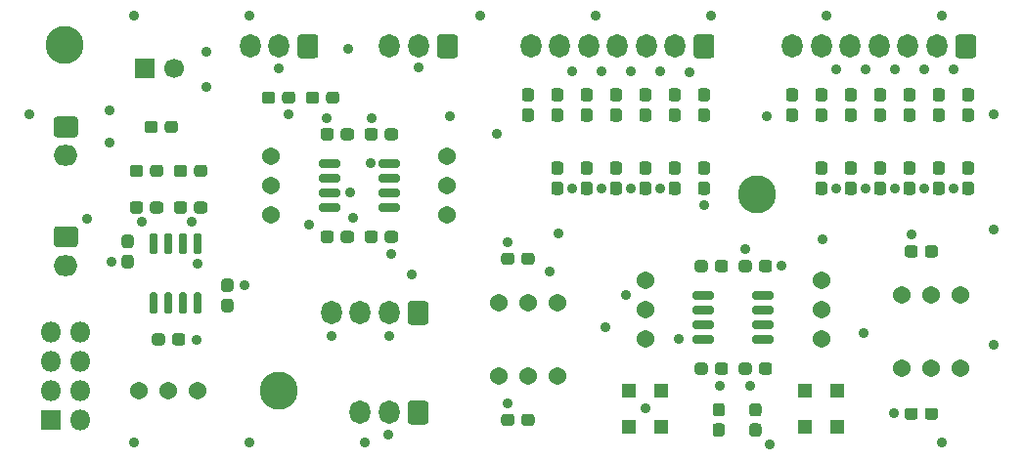
<source format=gts>
G04 #@! TF.GenerationSoftware,KiCad,Pcbnew,(5.1.6)-1*
G04 #@! TF.CreationDate,2020-12-27T23:26:00+09:00*
G04 #@! TF.ProjectId,VUMeterAmp,56554d65-7465-4724-916d-702e6b696361,rev?*
G04 #@! TF.SameCoordinates,Original*
G04 #@! TF.FileFunction,Soldermask,Top*
G04 #@! TF.FilePolarity,Negative*
%FSLAX46Y46*%
G04 Gerber Fmt 4.6, Leading zero omitted, Abs format (unit mm)*
G04 Created by KiCad (PCBNEW (5.1.6)-1) date 2020-12-27 23:26:00*
%MOMM*%
%LPD*%
G01*
G04 APERTURE LIST*
%ADD10O,2.100000X1.800000*%
%ADD11C,3.300000*%
%ADD12O,1.800000X2.050000*%
%ADD13C,1.540000*%
%ADD14O,1.800000X1.800000*%
%ADD15R,1.800000X1.800000*%
%ADD16R,1.200000X1.200000*%
%ADD17C,1.700000*%
%ADD18R,1.700000X1.700000*%
%ADD19C,0.900000*%
G04 APERTURE END LIST*
D10*
X104140000Y-113625000D03*
G36*
G01*
X103354706Y-110225000D02*
X104925294Y-110225000D01*
G75*
G02*
X105190000Y-110489706I0J-264706D01*
G01*
X105190000Y-111760294D01*
G75*
G02*
X104925294Y-112025000I-264706J0D01*
G01*
X103354706Y-112025000D01*
G75*
G02*
X103090000Y-111760294I0J264706D01*
G01*
X103090000Y-110489706D01*
G75*
G02*
X103354706Y-110225000I264706J0D01*
G01*
G37*
D11*
X164000000Y-117000000D03*
X104000000Y-104000000D03*
X122555000Y-134000000D03*
G36*
G01*
X115395000Y-125475000D02*
X115745000Y-125475000D01*
G75*
G02*
X115920000Y-125650000I0J-175000D01*
G01*
X115920000Y-127150000D01*
G75*
G02*
X115745000Y-127325000I-175000J0D01*
G01*
X115395000Y-127325000D01*
G75*
G02*
X115220000Y-127150000I0J175000D01*
G01*
X115220000Y-125650000D01*
G75*
G02*
X115395000Y-125475000I175000J0D01*
G01*
G37*
G36*
G01*
X114125000Y-125475000D02*
X114475000Y-125475000D01*
G75*
G02*
X114650000Y-125650000I0J-175000D01*
G01*
X114650000Y-127150000D01*
G75*
G02*
X114475000Y-127325000I-175000J0D01*
G01*
X114125000Y-127325000D01*
G75*
G02*
X113950000Y-127150000I0J175000D01*
G01*
X113950000Y-125650000D01*
G75*
G02*
X114125000Y-125475000I175000J0D01*
G01*
G37*
G36*
G01*
X112855000Y-125475000D02*
X113205000Y-125475000D01*
G75*
G02*
X113380000Y-125650000I0J-175000D01*
G01*
X113380000Y-127150000D01*
G75*
G02*
X113205000Y-127325000I-175000J0D01*
G01*
X112855000Y-127325000D01*
G75*
G02*
X112680000Y-127150000I0J175000D01*
G01*
X112680000Y-125650000D01*
G75*
G02*
X112855000Y-125475000I175000J0D01*
G01*
G37*
G36*
G01*
X111585000Y-125475000D02*
X111935000Y-125475000D01*
G75*
G02*
X112110000Y-125650000I0J-175000D01*
G01*
X112110000Y-127150000D01*
G75*
G02*
X111935000Y-127325000I-175000J0D01*
G01*
X111585000Y-127325000D01*
G75*
G02*
X111410000Y-127150000I0J175000D01*
G01*
X111410000Y-125650000D01*
G75*
G02*
X111585000Y-125475000I175000J0D01*
G01*
G37*
G36*
G01*
X111585000Y-120325000D02*
X111935000Y-120325000D01*
G75*
G02*
X112110000Y-120500000I0J-175000D01*
G01*
X112110000Y-122000000D01*
G75*
G02*
X111935000Y-122175000I-175000J0D01*
G01*
X111585000Y-122175000D01*
G75*
G02*
X111410000Y-122000000I0J175000D01*
G01*
X111410000Y-120500000D01*
G75*
G02*
X111585000Y-120325000I175000J0D01*
G01*
G37*
G36*
G01*
X112855000Y-120325000D02*
X113205000Y-120325000D01*
G75*
G02*
X113380000Y-120500000I0J-175000D01*
G01*
X113380000Y-122000000D01*
G75*
G02*
X113205000Y-122175000I-175000J0D01*
G01*
X112855000Y-122175000D01*
G75*
G02*
X112680000Y-122000000I0J175000D01*
G01*
X112680000Y-120500000D01*
G75*
G02*
X112855000Y-120325000I175000J0D01*
G01*
G37*
G36*
G01*
X114125000Y-120325000D02*
X114475000Y-120325000D01*
G75*
G02*
X114650000Y-120500000I0J-175000D01*
G01*
X114650000Y-122000000D01*
G75*
G02*
X114475000Y-122175000I-175000J0D01*
G01*
X114125000Y-122175000D01*
G75*
G02*
X113950000Y-122000000I0J175000D01*
G01*
X113950000Y-120500000D01*
G75*
G02*
X114125000Y-120325000I175000J0D01*
G01*
G37*
G36*
G01*
X115395000Y-120325000D02*
X115745000Y-120325000D01*
G75*
G02*
X115920000Y-120500000I0J-175000D01*
G01*
X115920000Y-122000000D01*
G75*
G02*
X115745000Y-122175000I-175000J0D01*
G01*
X115395000Y-122175000D01*
G75*
G02*
X115220000Y-122000000I0J175000D01*
G01*
X115220000Y-120500000D01*
G75*
G02*
X115395000Y-120325000I175000J0D01*
G01*
G37*
G36*
G01*
X160275000Y-129365000D02*
X160275000Y-129715000D01*
G75*
G02*
X160100000Y-129890000I-175000J0D01*
G01*
X158600000Y-129890000D01*
G75*
G02*
X158425000Y-129715000I0J175000D01*
G01*
X158425000Y-129365000D01*
G75*
G02*
X158600000Y-129190000I175000J0D01*
G01*
X160100000Y-129190000D01*
G75*
G02*
X160275000Y-129365000I0J-175000D01*
G01*
G37*
G36*
G01*
X160275000Y-128095000D02*
X160275000Y-128445000D01*
G75*
G02*
X160100000Y-128620000I-175000J0D01*
G01*
X158600000Y-128620000D01*
G75*
G02*
X158425000Y-128445000I0J175000D01*
G01*
X158425000Y-128095000D01*
G75*
G02*
X158600000Y-127920000I175000J0D01*
G01*
X160100000Y-127920000D01*
G75*
G02*
X160275000Y-128095000I0J-175000D01*
G01*
G37*
G36*
G01*
X160275000Y-126825000D02*
X160275000Y-127175000D01*
G75*
G02*
X160100000Y-127350000I-175000J0D01*
G01*
X158600000Y-127350000D01*
G75*
G02*
X158425000Y-127175000I0J175000D01*
G01*
X158425000Y-126825000D01*
G75*
G02*
X158600000Y-126650000I175000J0D01*
G01*
X160100000Y-126650000D01*
G75*
G02*
X160275000Y-126825000I0J-175000D01*
G01*
G37*
G36*
G01*
X160275000Y-125555000D02*
X160275000Y-125905000D01*
G75*
G02*
X160100000Y-126080000I-175000J0D01*
G01*
X158600000Y-126080000D01*
G75*
G02*
X158425000Y-125905000I0J175000D01*
G01*
X158425000Y-125555000D01*
G75*
G02*
X158600000Y-125380000I175000J0D01*
G01*
X160100000Y-125380000D01*
G75*
G02*
X160275000Y-125555000I0J-175000D01*
G01*
G37*
G36*
G01*
X165425000Y-125555000D02*
X165425000Y-125905000D01*
G75*
G02*
X165250000Y-126080000I-175000J0D01*
G01*
X163750000Y-126080000D01*
G75*
G02*
X163575000Y-125905000I0J175000D01*
G01*
X163575000Y-125555000D01*
G75*
G02*
X163750000Y-125380000I175000J0D01*
G01*
X165250000Y-125380000D01*
G75*
G02*
X165425000Y-125555000I0J-175000D01*
G01*
G37*
G36*
G01*
X165425000Y-126825000D02*
X165425000Y-127175000D01*
G75*
G02*
X165250000Y-127350000I-175000J0D01*
G01*
X163750000Y-127350000D01*
G75*
G02*
X163575000Y-127175000I0J175000D01*
G01*
X163575000Y-126825000D01*
G75*
G02*
X163750000Y-126650000I175000J0D01*
G01*
X165250000Y-126650000D01*
G75*
G02*
X165425000Y-126825000I0J-175000D01*
G01*
G37*
G36*
G01*
X165425000Y-128095000D02*
X165425000Y-128445000D01*
G75*
G02*
X165250000Y-128620000I-175000J0D01*
G01*
X163750000Y-128620000D01*
G75*
G02*
X163575000Y-128445000I0J175000D01*
G01*
X163575000Y-128095000D01*
G75*
G02*
X163750000Y-127920000I175000J0D01*
G01*
X165250000Y-127920000D01*
G75*
G02*
X165425000Y-128095000I0J-175000D01*
G01*
G37*
G36*
G01*
X165425000Y-129365000D02*
X165425000Y-129715000D01*
G75*
G02*
X165250000Y-129890000I-175000J0D01*
G01*
X163750000Y-129890000D01*
G75*
G02*
X163575000Y-129715000I0J175000D01*
G01*
X163575000Y-129365000D01*
G75*
G02*
X163750000Y-129190000I175000J0D01*
G01*
X165250000Y-129190000D01*
G75*
G02*
X165425000Y-129365000I0J-175000D01*
G01*
G37*
G36*
G01*
X127890000Y-117935000D02*
X127890000Y-118285000D01*
G75*
G02*
X127715000Y-118460000I-175000J0D01*
G01*
X126215000Y-118460000D01*
G75*
G02*
X126040000Y-118285000I0J175000D01*
G01*
X126040000Y-117935000D01*
G75*
G02*
X126215000Y-117760000I175000J0D01*
G01*
X127715000Y-117760000D01*
G75*
G02*
X127890000Y-117935000I0J-175000D01*
G01*
G37*
G36*
G01*
X127890000Y-116665000D02*
X127890000Y-117015000D01*
G75*
G02*
X127715000Y-117190000I-175000J0D01*
G01*
X126215000Y-117190000D01*
G75*
G02*
X126040000Y-117015000I0J175000D01*
G01*
X126040000Y-116665000D01*
G75*
G02*
X126215000Y-116490000I175000J0D01*
G01*
X127715000Y-116490000D01*
G75*
G02*
X127890000Y-116665000I0J-175000D01*
G01*
G37*
G36*
G01*
X127890000Y-115395000D02*
X127890000Y-115745000D01*
G75*
G02*
X127715000Y-115920000I-175000J0D01*
G01*
X126215000Y-115920000D01*
G75*
G02*
X126040000Y-115745000I0J175000D01*
G01*
X126040000Y-115395000D01*
G75*
G02*
X126215000Y-115220000I175000J0D01*
G01*
X127715000Y-115220000D01*
G75*
G02*
X127890000Y-115395000I0J-175000D01*
G01*
G37*
G36*
G01*
X127890000Y-114125000D02*
X127890000Y-114475000D01*
G75*
G02*
X127715000Y-114650000I-175000J0D01*
G01*
X126215000Y-114650000D01*
G75*
G02*
X126040000Y-114475000I0J175000D01*
G01*
X126040000Y-114125000D01*
G75*
G02*
X126215000Y-113950000I175000J0D01*
G01*
X127715000Y-113950000D01*
G75*
G02*
X127890000Y-114125000I0J-175000D01*
G01*
G37*
G36*
G01*
X133040000Y-114125000D02*
X133040000Y-114475000D01*
G75*
G02*
X132865000Y-114650000I-175000J0D01*
G01*
X131365000Y-114650000D01*
G75*
G02*
X131190000Y-114475000I0J175000D01*
G01*
X131190000Y-114125000D01*
G75*
G02*
X131365000Y-113950000I175000J0D01*
G01*
X132865000Y-113950000D01*
G75*
G02*
X133040000Y-114125000I0J-175000D01*
G01*
G37*
G36*
G01*
X133040000Y-115395000D02*
X133040000Y-115745000D01*
G75*
G02*
X132865000Y-115920000I-175000J0D01*
G01*
X131365000Y-115920000D01*
G75*
G02*
X131190000Y-115745000I0J175000D01*
G01*
X131190000Y-115395000D01*
G75*
G02*
X131365000Y-115220000I175000J0D01*
G01*
X132865000Y-115220000D01*
G75*
G02*
X133040000Y-115395000I0J-175000D01*
G01*
G37*
G36*
G01*
X133040000Y-116665000D02*
X133040000Y-117015000D01*
G75*
G02*
X132865000Y-117190000I-175000J0D01*
G01*
X131365000Y-117190000D01*
G75*
G02*
X131190000Y-117015000I0J175000D01*
G01*
X131190000Y-116665000D01*
G75*
G02*
X131365000Y-116490000I175000J0D01*
G01*
X132865000Y-116490000D01*
G75*
G02*
X133040000Y-116665000I0J-175000D01*
G01*
G37*
G36*
G01*
X133040000Y-117935000D02*
X133040000Y-118285000D01*
G75*
G02*
X132865000Y-118460000I-175000J0D01*
G01*
X131365000Y-118460000D01*
G75*
G02*
X131190000Y-118285000I0J175000D01*
G01*
X131190000Y-117935000D01*
G75*
G02*
X131365000Y-117760000I175000J0D01*
G01*
X132865000Y-117760000D01*
G75*
G02*
X133040000Y-117935000I0J-175000D01*
G01*
G37*
D10*
X104140000Y-123150000D03*
G36*
G01*
X103354706Y-119750000D02*
X104925294Y-119750000D01*
G75*
G02*
X105190000Y-120014706I0J-264706D01*
G01*
X105190000Y-121285294D01*
G75*
G02*
X104925294Y-121550000I-264706J0D01*
G01*
X103354706Y-121550000D01*
G75*
G02*
X103090000Y-121285294I0J264706D01*
G01*
X103090000Y-120014706D01*
G75*
G02*
X103354706Y-119750000I264706J0D01*
G01*
G37*
D12*
X127120000Y-127254000D03*
X129620000Y-127254000D03*
X132120000Y-127254000D03*
G36*
G01*
X135520000Y-126493706D02*
X135520000Y-128014294D01*
G75*
G02*
X135255294Y-128279000I-264706J0D01*
G01*
X133984706Y-128279000D01*
G75*
G02*
X133720000Y-128014294I0J264706D01*
G01*
X133720000Y-126493706D01*
G75*
G02*
X133984706Y-126229000I264706J0D01*
G01*
X135255294Y-126229000D01*
G75*
G02*
X135520000Y-126493706I0J-264706D01*
G01*
G37*
D13*
X110490000Y-133985000D03*
X113030000Y-133985000D03*
X115570000Y-133985000D03*
X154305000Y-129540000D03*
X154305000Y-127000000D03*
X154305000Y-124460000D03*
X169545000Y-129540000D03*
X169545000Y-127000000D03*
X169545000Y-124460000D03*
X141605000Y-132715000D03*
X144145000Y-132715000D03*
X146685000Y-132715000D03*
X141605000Y-126365000D03*
X144145000Y-126365000D03*
X146685000Y-126365000D03*
X121920000Y-118745000D03*
X121920000Y-116205000D03*
X121920000Y-113665000D03*
X137160000Y-118745000D03*
X137160000Y-116205000D03*
X137160000Y-113665000D03*
X181610000Y-132080000D03*
X179070000Y-132080000D03*
X176530000Y-132080000D03*
X181610000Y-125730000D03*
X179070000Y-125730000D03*
X176530000Y-125730000D03*
G36*
G01*
X115235000Y-118372500D02*
X115235000Y-117847500D01*
G75*
G02*
X115497500Y-117585000I262500J0D01*
G01*
X116122500Y-117585000D01*
G75*
G02*
X116385000Y-117847500I0J-262500D01*
G01*
X116385000Y-118372500D01*
G75*
G02*
X116122500Y-118635000I-262500J0D01*
G01*
X115497500Y-118635000D01*
G75*
G02*
X115235000Y-118372500I0J262500D01*
G01*
G37*
G36*
G01*
X113485000Y-118372500D02*
X113485000Y-117847500D01*
G75*
G02*
X113747500Y-117585000I262500J0D01*
G01*
X114372500Y-117585000D01*
G75*
G02*
X114635000Y-117847500I0J-262500D01*
G01*
X114635000Y-118372500D01*
G75*
G02*
X114372500Y-118635000I-262500J0D01*
G01*
X113747500Y-118635000D01*
G75*
G02*
X113485000Y-118372500I0J262500D01*
G01*
G37*
G36*
G01*
X111425000Y-118372500D02*
X111425000Y-117847500D01*
G75*
G02*
X111687500Y-117585000I262500J0D01*
G01*
X112312500Y-117585000D01*
G75*
G02*
X112575000Y-117847500I0J-262500D01*
G01*
X112575000Y-118372500D01*
G75*
G02*
X112312500Y-118635000I-262500J0D01*
G01*
X111687500Y-118635000D01*
G75*
G02*
X111425000Y-118372500I0J262500D01*
G01*
G37*
G36*
G01*
X109675000Y-118372500D02*
X109675000Y-117847500D01*
G75*
G02*
X109937500Y-117585000I262500J0D01*
G01*
X110562500Y-117585000D01*
G75*
G02*
X110825000Y-117847500I0J-262500D01*
G01*
X110825000Y-118372500D01*
G75*
G02*
X110562500Y-118635000I-262500J0D01*
G01*
X109937500Y-118635000D01*
G75*
G02*
X109675000Y-118372500I0J262500D01*
G01*
G37*
G36*
G01*
X160917500Y-136225000D02*
X160392500Y-136225000D01*
G75*
G02*
X160130000Y-135962500I0J262500D01*
G01*
X160130000Y-135337500D01*
G75*
G02*
X160392500Y-135075000I262500J0D01*
G01*
X160917500Y-135075000D01*
G75*
G02*
X161180000Y-135337500I0J-262500D01*
G01*
X161180000Y-135962500D01*
G75*
G02*
X160917500Y-136225000I-262500J0D01*
G01*
G37*
G36*
G01*
X160917500Y-137975000D02*
X160392500Y-137975000D01*
G75*
G02*
X160130000Y-137712500I0J262500D01*
G01*
X160130000Y-137087500D01*
G75*
G02*
X160392500Y-136825000I262500J0D01*
G01*
X160917500Y-136825000D01*
G75*
G02*
X161180000Y-137087500I0J-262500D01*
G01*
X161180000Y-137712500D01*
G75*
G02*
X160917500Y-137975000I-262500J0D01*
G01*
G37*
G36*
G01*
X164092500Y-136225000D02*
X163567500Y-136225000D01*
G75*
G02*
X163305000Y-135962500I0J262500D01*
G01*
X163305000Y-135337500D01*
G75*
G02*
X163567500Y-135075000I262500J0D01*
G01*
X164092500Y-135075000D01*
G75*
G02*
X164355000Y-135337500I0J-262500D01*
G01*
X164355000Y-135962500D01*
G75*
G02*
X164092500Y-136225000I-262500J0D01*
G01*
G37*
G36*
G01*
X164092500Y-137975000D02*
X163567500Y-137975000D01*
G75*
G02*
X163305000Y-137712500I0J262500D01*
G01*
X163305000Y-137087500D01*
G75*
G02*
X163567500Y-136825000I262500J0D01*
G01*
X164092500Y-136825000D01*
G75*
G02*
X164355000Y-137087500I0J-262500D01*
G01*
X164355000Y-137712500D01*
G75*
G02*
X164092500Y-137975000I-262500J0D01*
G01*
G37*
G36*
G01*
X160320000Y-123452500D02*
X160320000Y-122927500D01*
G75*
G02*
X160582500Y-122665000I262500J0D01*
G01*
X161207500Y-122665000D01*
G75*
G02*
X161470000Y-122927500I0J-262500D01*
G01*
X161470000Y-123452500D01*
G75*
G02*
X161207500Y-123715000I-262500J0D01*
G01*
X160582500Y-123715000D01*
G75*
G02*
X160320000Y-123452500I0J262500D01*
G01*
G37*
G36*
G01*
X158570000Y-123452500D02*
X158570000Y-122927500D01*
G75*
G02*
X158832500Y-122665000I262500J0D01*
G01*
X159457500Y-122665000D01*
G75*
G02*
X159720000Y-122927500I0J-262500D01*
G01*
X159720000Y-123452500D01*
G75*
G02*
X159457500Y-123715000I-262500J0D01*
G01*
X158832500Y-123715000D01*
G75*
G02*
X158570000Y-123452500I0J262500D01*
G01*
G37*
G36*
G01*
X163530000Y-131817500D02*
X163530000Y-132342500D01*
G75*
G02*
X163267500Y-132605000I-262500J0D01*
G01*
X162642500Y-132605000D01*
G75*
G02*
X162380000Y-132342500I0J262500D01*
G01*
X162380000Y-131817500D01*
G75*
G02*
X162642500Y-131555000I262500J0D01*
G01*
X163267500Y-131555000D01*
G75*
G02*
X163530000Y-131817500I0J-262500D01*
G01*
G37*
G36*
G01*
X165280000Y-131817500D02*
X165280000Y-132342500D01*
G75*
G02*
X165017500Y-132605000I-262500J0D01*
G01*
X164392500Y-132605000D01*
G75*
G02*
X164130000Y-132342500I0J262500D01*
G01*
X164130000Y-131817500D01*
G75*
G02*
X164392500Y-131555000I262500J0D01*
G01*
X165017500Y-131555000D01*
G75*
G02*
X165280000Y-131817500I0J-262500D01*
G01*
G37*
G36*
G01*
X159647500Y-115270000D02*
X159122500Y-115270000D01*
G75*
G02*
X158860000Y-115007500I0J262500D01*
G01*
X158860000Y-114382500D01*
G75*
G02*
X159122500Y-114120000I262500J0D01*
G01*
X159647500Y-114120000D01*
G75*
G02*
X159910000Y-114382500I0J-262500D01*
G01*
X159910000Y-115007500D01*
G75*
G02*
X159647500Y-115270000I-262500J0D01*
G01*
G37*
G36*
G01*
X159647500Y-117020000D02*
X159122500Y-117020000D01*
G75*
G02*
X158860000Y-116757500I0J262500D01*
G01*
X158860000Y-116132500D01*
G75*
G02*
X159122500Y-115870000I262500J0D01*
G01*
X159647500Y-115870000D01*
G75*
G02*
X159910000Y-116132500I0J-262500D01*
G01*
X159910000Y-116757500D01*
G75*
G02*
X159647500Y-117020000I-262500J0D01*
G01*
G37*
G36*
G01*
X157107500Y-115270000D02*
X156582500Y-115270000D01*
G75*
G02*
X156320000Y-115007500I0J262500D01*
G01*
X156320000Y-114382500D01*
G75*
G02*
X156582500Y-114120000I262500J0D01*
G01*
X157107500Y-114120000D01*
G75*
G02*
X157370000Y-114382500I0J-262500D01*
G01*
X157370000Y-115007500D01*
G75*
G02*
X157107500Y-115270000I-262500J0D01*
G01*
G37*
G36*
G01*
X157107500Y-117020000D02*
X156582500Y-117020000D01*
G75*
G02*
X156320000Y-116757500I0J262500D01*
G01*
X156320000Y-116132500D01*
G75*
G02*
X156582500Y-115870000I262500J0D01*
G01*
X157107500Y-115870000D01*
G75*
G02*
X157370000Y-116132500I0J-262500D01*
G01*
X157370000Y-116757500D01*
G75*
G02*
X157107500Y-117020000I-262500J0D01*
G01*
G37*
G36*
G01*
X154567500Y-115270000D02*
X154042500Y-115270000D01*
G75*
G02*
X153780000Y-115007500I0J262500D01*
G01*
X153780000Y-114382500D01*
G75*
G02*
X154042500Y-114120000I262500J0D01*
G01*
X154567500Y-114120000D01*
G75*
G02*
X154830000Y-114382500I0J-262500D01*
G01*
X154830000Y-115007500D01*
G75*
G02*
X154567500Y-115270000I-262500J0D01*
G01*
G37*
G36*
G01*
X154567500Y-117020000D02*
X154042500Y-117020000D01*
G75*
G02*
X153780000Y-116757500I0J262500D01*
G01*
X153780000Y-116132500D01*
G75*
G02*
X154042500Y-115870000I262500J0D01*
G01*
X154567500Y-115870000D01*
G75*
G02*
X154830000Y-116132500I0J-262500D01*
G01*
X154830000Y-116757500D01*
G75*
G02*
X154567500Y-117020000I-262500J0D01*
G01*
G37*
G36*
G01*
X152027500Y-115270000D02*
X151502500Y-115270000D01*
G75*
G02*
X151240000Y-115007500I0J262500D01*
G01*
X151240000Y-114382500D01*
G75*
G02*
X151502500Y-114120000I262500J0D01*
G01*
X152027500Y-114120000D01*
G75*
G02*
X152290000Y-114382500I0J-262500D01*
G01*
X152290000Y-115007500D01*
G75*
G02*
X152027500Y-115270000I-262500J0D01*
G01*
G37*
G36*
G01*
X152027500Y-117020000D02*
X151502500Y-117020000D01*
G75*
G02*
X151240000Y-116757500I0J262500D01*
G01*
X151240000Y-116132500D01*
G75*
G02*
X151502500Y-115870000I262500J0D01*
G01*
X152027500Y-115870000D01*
G75*
G02*
X152290000Y-116132500I0J-262500D01*
G01*
X152290000Y-116757500D01*
G75*
G02*
X152027500Y-117020000I-262500J0D01*
G01*
G37*
G36*
G01*
X149487500Y-115270000D02*
X148962500Y-115270000D01*
G75*
G02*
X148700000Y-115007500I0J262500D01*
G01*
X148700000Y-114382500D01*
G75*
G02*
X148962500Y-114120000I262500J0D01*
G01*
X149487500Y-114120000D01*
G75*
G02*
X149750000Y-114382500I0J-262500D01*
G01*
X149750000Y-115007500D01*
G75*
G02*
X149487500Y-115270000I-262500J0D01*
G01*
G37*
G36*
G01*
X149487500Y-117020000D02*
X148962500Y-117020000D01*
G75*
G02*
X148700000Y-116757500I0J262500D01*
G01*
X148700000Y-116132500D01*
G75*
G02*
X148962500Y-115870000I262500J0D01*
G01*
X149487500Y-115870000D01*
G75*
G02*
X149750000Y-116132500I0J-262500D01*
G01*
X149750000Y-116757500D01*
G75*
G02*
X149487500Y-117020000I-262500J0D01*
G01*
G37*
G36*
G01*
X146947500Y-115270000D02*
X146422500Y-115270000D01*
G75*
G02*
X146160000Y-115007500I0J262500D01*
G01*
X146160000Y-114382500D01*
G75*
G02*
X146422500Y-114120000I262500J0D01*
G01*
X146947500Y-114120000D01*
G75*
G02*
X147210000Y-114382500I0J-262500D01*
G01*
X147210000Y-115007500D01*
G75*
G02*
X146947500Y-115270000I-262500J0D01*
G01*
G37*
G36*
G01*
X146947500Y-117020000D02*
X146422500Y-117020000D01*
G75*
G02*
X146160000Y-116757500I0J262500D01*
G01*
X146160000Y-116132500D01*
G75*
G02*
X146422500Y-115870000I262500J0D01*
G01*
X146947500Y-115870000D01*
G75*
G02*
X147210000Y-116132500I0J-262500D01*
G01*
X147210000Y-116757500D01*
G75*
G02*
X146947500Y-117020000I-262500J0D01*
G01*
G37*
G36*
G01*
X182507500Y-115270000D02*
X181982500Y-115270000D01*
G75*
G02*
X181720000Y-115007500I0J262500D01*
G01*
X181720000Y-114382500D01*
G75*
G02*
X181982500Y-114120000I262500J0D01*
G01*
X182507500Y-114120000D01*
G75*
G02*
X182770000Y-114382500I0J-262500D01*
G01*
X182770000Y-115007500D01*
G75*
G02*
X182507500Y-115270000I-262500J0D01*
G01*
G37*
G36*
G01*
X182507500Y-117020000D02*
X181982500Y-117020000D01*
G75*
G02*
X181720000Y-116757500I0J262500D01*
G01*
X181720000Y-116132500D01*
G75*
G02*
X181982500Y-115870000I262500J0D01*
G01*
X182507500Y-115870000D01*
G75*
G02*
X182770000Y-116132500I0J-262500D01*
G01*
X182770000Y-116757500D01*
G75*
G02*
X182507500Y-117020000I-262500J0D01*
G01*
G37*
G36*
G01*
X179967500Y-115270000D02*
X179442500Y-115270000D01*
G75*
G02*
X179180000Y-115007500I0J262500D01*
G01*
X179180000Y-114382500D01*
G75*
G02*
X179442500Y-114120000I262500J0D01*
G01*
X179967500Y-114120000D01*
G75*
G02*
X180230000Y-114382500I0J-262500D01*
G01*
X180230000Y-115007500D01*
G75*
G02*
X179967500Y-115270000I-262500J0D01*
G01*
G37*
G36*
G01*
X179967500Y-117020000D02*
X179442500Y-117020000D01*
G75*
G02*
X179180000Y-116757500I0J262500D01*
G01*
X179180000Y-116132500D01*
G75*
G02*
X179442500Y-115870000I262500J0D01*
G01*
X179967500Y-115870000D01*
G75*
G02*
X180230000Y-116132500I0J-262500D01*
G01*
X180230000Y-116757500D01*
G75*
G02*
X179967500Y-117020000I-262500J0D01*
G01*
G37*
G36*
G01*
X177427500Y-115270000D02*
X176902500Y-115270000D01*
G75*
G02*
X176640000Y-115007500I0J262500D01*
G01*
X176640000Y-114382500D01*
G75*
G02*
X176902500Y-114120000I262500J0D01*
G01*
X177427500Y-114120000D01*
G75*
G02*
X177690000Y-114382500I0J-262500D01*
G01*
X177690000Y-115007500D01*
G75*
G02*
X177427500Y-115270000I-262500J0D01*
G01*
G37*
G36*
G01*
X177427500Y-117020000D02*
X176902500Y-117020000D01*
G75*
G02*
X176640000Y-116757500I0J262500D01*
G01*
X176640000Y-116132500D01*
G75*
G02*
X176902500Y-115870000I262500J0D01*
G01*
X177427500Y-115870000D01*
G75*
G02*
X177690000Y-116132500I0J-262500D01*
G01*
X177690000Y-116757500D01*
G75*
G02*
X177427500Y-117020000I-262500J0D01*
G01*
G37*
G36*
G01*
X174887500Y-115270000D02*
X174362500Y-115270000D01*
G75*
G02*
X174100000Y-115007500I0J262500D01*
G01*
X174100000Y-114382500D01*
G75*
G02*
X174362500Y-114120000I262500J0D01*
G01*
X174887500Y-114120000D01*
G75*
G02*
X175150000Y-114382500I0J-262500D01*
G01*
X175150000Y-115007500D01*
G75*
G02*
X174887500Y-115270000I-262500J0D01*
G01*
G37*
G36*
G01*
X174887500Y-117020000D02*
X174362500Y-117020000D01*
G75*
G02*
X174100000Y-116757500I0J262500D01*
G01*
X174100000Y-116132500D01*
G75*
G02*
X174362500Y-115870000I262500J0D01*
G01*
X174887500Y-115870000D01*
G75*
G02*
X175150000Y-116132500I0J-262500D01*
G01*
X175150000Y-116757500D01*
G75*
G02*
X174887500Y-117020000I-262500J0D01*
G01*
G37*
G36*
G01*
X172347500Y-115270000D02*
X171822500Y-115270000D01*
G75*
G02*
X171560000Y-115007500I0J262500D01*
G01*
X171560000Y-114382500D01*
G75*
G02*
X171822500Y-114120000I262500J0D01*
G01*
X172347500Y-114120000D01*
G75*
G02*
X172610000Y-114382500I0J-262500D01*
G01*
X172610000Y-115007500D01*
G75*
G02*
X172347500Y-115270000I-262500J0D01*
G01*
G37*
G36*
G01*
X172347500Y-117020000D02*
X171822500Y-117020000D01*
G75*
G02*
X171560000Y-116757500I0J262500D01*
G01*
X171560000Y-116132500D01*
G75*
G02*
X171822500Y-115870000I262500J0D01*
G01*
X172347500Y-115870000D01*
G75*
G02*
X172610000Y-116132500I0J-262500D01*
G01*
X172610000Y-116757500D01*
G75*
G02*
X172347500Y-117020000I-262500J0D01*
G01*
G37*
G36*
G01*
X169807500Y-115270000D02*
X169282500Y-115270000D01*
G75*
G02*
X169020000Y-115007500I0J262500D01*
G01*
X169020000Y-114382500D01*
G75*
G02*
X169282500Y-114120000I262500J0D01*
G01*
X169807500Y-114120000D01*
G75*
G02*
X170070000Y-114382500I0J-262500D01*
G01*
X170070000Y-115007500D01*
G75*
G02*
X169807500Y-115270000I-262500J0D01*
G01*
G37*
G36*
G01*
X169807500Y-117020000D02*
X169282500Y-117020000D01*
G75*
G02*
X169020000Y-116757500I0J262500D01*
G01*
X169020000Y-116132500D01*
G75*
G02*
X169282500Y-115870000I262500J0D01*
G01*
X169807500Y-115870000D01*
G75*
G02*
X170070000Y-116132500I0J-262500D01*
G01*
X170070000Y-116757500D01*
G75*
G02*
X169807500Y-117020000I-262500J0D01*
G01*
G37*
G36*
G01*
X159647500Y-108920000D02*
X159122500Y-108920000D01*
G75*
G02*
X158860000Y-108657500I0J262500D01*
G01*
X158860000Y-108032500D01*
G75*
G02*
X159122500Y-107770000I262500J0D01*
G01*
X159647500Y-107770000D01*
G75*
G02*
X159910000Y-108032500I0J-262500D01*
G01*
X159910000Y-108657500D01*
G75*
G02*
X159647500Y-108920000I-262500J0D01*
G01*
G37*
G36*
G01*
X159647500Y-110670000D02*
X159122500Y-110670000D01*
G75*
G02*
X158860000Y-110407500I0J262500D01*
G01*
X158860000Y-109782500D01*
G75*
G02*
X159122500Y-109520000I262500J0D01*
G01*
X159647500Y-109520000D01*
G75*
G02*
X159910000Y-109782500I0J-262500D01*
G01*
X159910000Y-110407500D01*
G75*
G02*
X159647500Y-110670000I-262500J0D01*
G01*
G37*
G36*
G01*
X157107500Y-108920000D02*
X156582500Y-108920000D01*
G75*
G02*
X156320000Y-108657500I0J262500D01*
G01*
X156320000Y-108032500D01*
G75*
G02*
X156582500Y-107770000I262500J0D01*
G01*
X157107500Y-107770000D01*
G75*
G02*
X157370000Y-108032500I0J-262500D01*
G01*
X157370000Y-108657500D01*
G75*
G02*
X157107500Y-108920000I-262500J0D01*
G01*
G37*
G36*
G01*
X157107500Y-110670000D02*
X156582500Y-110670000D01*
G75*
G02*
X156320000Y-110407500I0J262500D01*
G01*
X156320000Y-109782500D01*
G75*
G02*
X156582500Y-109520000I262500J0D01*
G01*
X157107500Y-109520000D01*
G75*
G02*
X157370000Y-109782500I0J-262500D01*
G01*
X157370000Y-110407500D01*
G75*
G02*
X157107500Y-110670000I-262500J0D01*
G01*
G37*
G36*
G01*
X154567500Y-108920000D02*
X154042500Y-108920000D01*
G75*
G02*
X153780000Y-108657500I0J262500D01*
G01*
X153780000Y-108032500D01*
G75*
G02*
X154042500Y-107770000I262500J0D01*
G01*
X154567500Y-107770000D01*
G75*
G02*
X154830000Y-108032500I0J-262500D01*
G01*
X154830000Y-108657500D01*
G75*
G02*
X154567500Y-108920000I-262500J0D01*
G01*
G37*
G36*
G01*
X154567500Y-110670000D02*
X154042500Y-110670000D01*
G75*
G02*
X153780000Y-110407500I0J262500D01*
G01*
X153780000Y-109782500D01*
G75*
G02*
X154042500Y-109520000I262500J0D01*
G01*
X154567500Y-109520000D01*
G75*
G02*
X154830000Y-109782500I0J-262500D01*
G01*
X154830000Y-110407500D01*
G75*
G02*
X154567500Y-110670000I-262500J0D01*
G01*
G37*
G36*
G01*
X152027500Y-108920000D02*
X151502500Y-108920000D01*
G75*
G02*
X151240000Y-108657500I0J262500D01*
G01*
X151240000Y-108032500D01*
G75*
G02*
X151502500Y-107770000I262500J0D01*
G01*
X152027500Y-107770000D01*
G75*
G02*
X152290000Y-108032500I0J-262500D01*
G01*
X152290000Y-108657500D01*
G75*
G02*
X152027500Y-108920000I-262500J0D01*
G01*
G37*
G36*
G01*
X152027500Y-110670000D02*
X151502500Y-110670000D01*
G75*
G02*
X151240000Y-110407500I0J262500D01*
G01*
X151240000Y-109782500D01*
G75*
G02*
X151502500Y-109520000I262500J0D01*
G01*
X152027500Y-109520000D01*
G75*
G02*
X152290000Y-109782500I0J-262500D01*
G01*
X152290000Y-110407500D01*
G75*
G02*
X152027500Y-110670000I-262500J0D01*
G01*
G37*
G36*
G01*
X149487500Y-108920000D02*
X148962500Y-108920000D01*
G75*
G02*
X148700000Y-108657500I0J262500D01*
G01*
X148700000Y-108032500D01*
G75*
G02*
X148962500Y-107770000I262500J0D01*
G01*
X149487500Y-107770000D01*
G75*
G02*
X149750000Y-108032500I0J-262500D01*
G01*
X149750000Y-108657500D01*
G75*
G02*
X149487500Y-108920000I-262500J0D01*
G01*
G37*
G36*
G01*
X149487500Y-110670000D02*
X148962500Y-110670000D01*
G75*
G02*
X148700000Y-110407500I0J262500D01*
G01*
X148700000Y-109782500D01*
G75*
G02*
X148962500Y-109520000I262500J0D01*
G01*
X149487500Y-109520000D01*
G75*
G02*
X149750000Y-109782500I0J-262500D01*
G01*
X149750000Y-110407500D01*
G75*
G02*
X149487500Y-110670000I-262500J0D01*
G01*
G37*
G36*
G01*
X146947500Y-108920000D02*
X146422500Y-108920000D01*
G75*
G02*
X146160000Y-108657500I0J262500D01*
G01*
X146160000Y-108032500D01*
G75*
G02*
X146422500Y-107770000I262500J0D01*
G01*
X146947500Y-107770000D01*
G75*
G02*
X147210000Y-108032500I0J-262500D01*
G01*
X147210000Y-108657500D01*
G75*
G02*
X146947500Y-108920000I-262500J0D01*
G01*
G37*
G36*
G01*
X146947500Y-110670000D02*
X146422500Y-110670000D01*
G75*
G02*
X146160000Y-110407500I0J262500D01*
G01*
X146160000Y-109782500D01*
G75*
G02*
X146422500Y-109520000I262500J0D01*
G01*
X146947500Y-109520000D01*
G75*
G02*
X147210000Y-109782500I0J-262500D01*
G01*
X147210000Y-110407500D01*
G75*
G02*
X146947500Y-110670000I-262500J0D01*
G01*
G37*
G36*
G01*
X182507500Y-108920000D02*
X181982500Y-108920000D01*
G75*
G02*
X181720000Y-108657500I0J262500D01*
G01*
X181720000Y-108032500D01*
G75*
G02*
X181982500Y-107770000I262500J0D01*
G01*
X182507500Y-107770000D01*
G75*
G02*
X182770000Y-108032500I0J-262500D01*
G01*
X182770000Y-108657500D01*
G75*
G02*
X182507500Y-108920000I-262500J0D01*
G01*
G37*
G36*
G01*
X182507500Y-110670000D02*
X181982500Y-110670000D01*
G75*
G02*
X181720000Y-110407500I0J262500D01*
G01*
X181720000Y-109782500D01*
G75*
G02*
X181982500Y-109520000I262500J0D01*
G01*
X182507500Y-109520000D01*
G75*
G02*
X182770000Y-109782500I0J-262500D01*
G01*
X182770000Y-110407500D01*
G75*
G02*
X182507500Y-110670000I-262500J0D01*
G01*
G37*
G36*
G01*
X179967500Y-108920000D02*
X179442500Y-108920000D01*
G75*
G02*
X179180000Y-108657500I0J262500D01*
G01*
X179180000Y-108032500D01*
G75*
G02*
X179442500Y-107770000I262500J0D01*
G01*
X179967500Y-107770000D01*
G75*
G02*
X180230000Y-108032500I0J-262500D01*
G01*
X180230000Y-108657500D01*
G75*
G02*
X179967500Y-108920000I-262500J0D01*
G01*
G37*
G36*
G01*
X179967500Y-110670000D02*
X179442500Y-110670000D01*
G75*
G02*
X179180000Y-110407500I0J262500D01*
G01*
X179180000Y-109782500D01*
G75*
G02*
X179442500Y-109520000I262500J0D01*
G01*
X179967500Y-109520000D01*
G75*
G02*
X180230000Y-109782500I0J-262500D01*
G01*
X180230000Y-110407500D01*
G75*
G02*
X179967500Y-110670000I-262500J0D01*
G01*
G37*
G36*
G01*
X177427500Y-108920000D02*
X176902500Y-108920000D01*
G75*
G02*
X176640000Y-108657500I0J262500D01*
G01*
X176640000Y-108032500D01*
G75*
G02*
X176902500Y-107770000I262500J0D01*
G01*
X177427500Y-107770000D01*
G75*
G02*
X177690000Y-108032500I0J-262500D01*
G01*
X177690000Y-108657500D01*
G75*
G02*
X177427500Y-108920000I-262500J0D01*
G01*
G37*
G36*
G01*
X177427500Y-110670000D02*
X176902500Y-110670000D01*
G75*
G02*
X176640000Y-110407500I0J262500D01*
G01*
X176640000Y-109782500D01*
G75*
G02*
X176902500Y-109520000I262500J0D01*
G01*
X177427500Y-109520000D01*
G75*
G02*
X177690000Y-109782500I0J-262500D01*
G01*
X177690000Y-110407500D01*
G75*
G02*
X177427500Y-110670000I-262500J0D01*
G01*
G37*
G36*
G01*
X174887500Y-108920000D02*
X174362500Y-108920000D01*
G75*
G02*
X174100000Y-108657500I0J262500D01*
G01*
X174100000Y-108032500D01*
G75*
G02*
X174362500Y-107770000I262500J0D01*
G01*
X174887500Y-107770000D01*
G75*
G02*
X175150000Y-108032500I0J-262500D01*
G01*
X175150000Y-108657500D01*
G75*
G02*
X174887500Y-108920000I-262500J0D01*
G01*
G37*
G36*
G01*
X174887500Y-110670000D02*
X174362500Y-110670000D01*
G75*
G02*
X174100000Y-110407500I0J262500D01*
G01*
X174100000Y-109782500D01*
G75*
G02*
X174362500Y-109520000I262500J0D01*
G01*
X174887500Y-109520000D01*
G75*
G02*
X175150000Y-109782500I0J-262500D01*
G01*
X175150000Y-110407500D01*
G75*
G02*
X174887500Y-110670000I-262500J0D01*
G01*
G37*
G36*
G01*
X172347500Y-108920000D02*
X171822500Y-108920000D01*
G75*
G02*
X171560000Y-108657500I0J262500D01*
G01*
X171560000Y-108032500D01*
G75*
G02*
X171822500Y-107770000I262500J0D01*
G01*
X172347500Y-107770000D01*
G75*
G02*
X172610000Y-108032500I0J-262500D01*
G01*
X172610000Y-108657500D01*
G75*
G02*
X172347500Y-108920000I-262500J0D01*
G01*
G37*
G36*
G01*
X172347500Y-110670000D02*
X171822500Y-110670000D01*
G75*
G02*
X171560000Y-110407500I0J262500D01*
G01*
X171560000Y-109782500D01*
G75*
G02*
X171822500Y-109520000I262500J0D01*
G01*
X172347500Y-109520000D01*
G75*
G02*
X172610000Y-109782500I0J-262500D01*
G01*
X172610000Y-110407500D01*
G75*
G02*
X172347500Y-110670000I-262500J0D01*
G01*
G37*
G36*
G01*
X169807500Y-108920000D02*
X169282500Y-108920000D01*
G75*
G02*
X169020000Y-108657500I0J262500D01*
G01*
X169020000Y-108032500D01*
G75*
G02*
X169282500Y-107770000I262500J0D01*
G01*
X169807500Y-107770000D01*
G75*
G02*
X170070000Y-108032500I0J-262500D01*
G01*
X170070000Y-108657500D01*
G75*
G02*
X169807500Y-108920000I-262500J0D01*
G01*
G37*
G36*
G01*
X169807500Y-110670000D02*
X169282500Y-110670000D01*
G75*
G02*
X169020000Y-110407500I0J262500D01*
G01*
X169020000Y-109782500D01*
G75*
G02*
X169282500Y-109520000I262500J0D01*
G01*
X169807500Y-109520000D01*
G75*
G02*
X170070000Y-109782500I0J-262500D01*
G01*
X170070000Y-110407500D01*
G75*
G02*
X169807500Y-110670000I-262500J0D01*
G01*
G37*
G36*
G01*
X143882500Y-109520000D02*
X144407500Y-109520000D01*
G75*
G02*
X144670000Y-109782500I0J-262500D01*
G01*
X144670000Y-110407500D01*
G75*
G02*
X144407500Y-110670000I-262500J0D01*
G01*
X143882500Y-110670000D01*
G75*
G02*
X143620000Y-110407500I0J262500D01*
G01*
X143620000Y-109782500D01*
G75*
G02*
X143882500Y-109520000I262500J0D01*
G01*
G37*
G36*
G01*
X143882500Y-107770000D02*
X144407500Y-107770000D01*
G75*
G02*
X144670000Y-108032500I0J-262500D01*
G01*
X144670000Y-108657500D01*
G75*
G02*
X144407500Y-108920000I-262500J0D01*
G01*
X143882500Y-108920000D01*
G75*
G02*
X143620000Y-108657500I0J262500D01*
G01*
X143620000Y-108032500D01*
G75*
G02*
X143882500Y-107770000I262500J0D01*
G01*
G37*
G36*
G01*
X166742500Y-109520000D02*
X167267500Y-109520000D01*
G75*
G02*
X167530000Y-109782500I0J-262500D01*
G01*
X167530000Y-110407500D01*
G75*
G02*
X167267500Y-110670000I-262500J0D01*
G01*
X166742500Y-110670000D01*
G75*
G02*
X166480000Y-110407500I0J262500D01*
G01*
X166480000Y-109782500D01*
G75*
G02*
X166742500Y-109520000I262500J0D01*
G01*
G37*
G36*
G01*
X166742500Y-107770000D02*
X167267500Y-107770000D01*
G75*
G02*
X167530000Y-108032500I0J-262500D01*
G01*
X167530000Y-108657500D01*
G75*
G02*
X167267500Y-108920000I-262500J0D01*
G01*
X166742500Y-108920000D01*
G75*
G02*
X166480000Y-108657500I0J262500D01*
G01*
X166480000Y-108032500D01*
G75*
G02*
X166742500Y-107770000I262500J0D01*
G01*
G37*
G36*
G01*
X122855000Y-108847500D02*
X122855000Y-108322500D01*
G75*
G02*
X123117500Y-108060000I262500J0D01*
G01*
X123742500Y-108060000D01*
G75*
G02*
X124005000Y-108322500I0J-262500D01*
G01*
X124005000Y-108847500D01*
G75*
G02*
X123742500Y-109110000I-262500J0D01*
G01*
X123117500Y-109110000D01*
G75*
G02*
X122855000Y-108847500I0J262500D01*
G01*
G37*
G36*
G01*
X121105000Y-108847500D02*
X121105000Y-108322500D01*
G75*
G02*
X121367500Y-108060000I262500J0D01*
G01*
X121992500Y-108060000D01*
G75*
G02*
X122255000Y-108322500I0J-262500D01*
G01*
X122255000Y-108847500D01*
G75*
G02*
X121992500Y-109110000I-262500J0D01*
G01*
X121367500Y-109110000D01*
G75*
G02*
X121105000Y-108847500I0J262500D01*
G01*
G37*
G36*
G01*
X126065000Y-108322500D02*
X126065000Y-108847500D01*
G75*
G02*
X125802500Y-109110000I-262500J0D01*
G01*
X125177500Y-109110000D01*
G75*
G02*
X124915000Y-108847500I0J262500D01*
G01*
X124915000Y-108322500D01*
G75*
G02*
X125177500Y-108060000I262500J0D01*
G01*
X125802500Y-108060000D01*
G75*
G02*
X126065000Y-108322500I0J-262500D01*
G01*
G37*
G36*
G01*
X127815000Y-108322500D02*
X127815000Y-108847500D01*
G75*
G02*
X127552500Y-109110000I-262500J0D01*
G01*
X126927500Y-109110000D01*
G75*
G02*
X126665000Y-108847500I0J262500D01*
G01*
X126665000Y-108322500D01*
G75*
G02*
X126927500Y-108060000I262500J0D01*
G01*
X127552500Y-108060000D01*
G75*
G02*
X127815000Y-108322500I0J-262500D01*
G01*
G37*
D14*
X105410000Y-128905000D03*
X102870000Y-128905000D03*
X105410000Y-131445000D03*
X102870000Y-131445000D03*
X105410000Y-133985000D03*
X102870000Y-133985000D03*
X105410000Y-136525000D03*
D15*
X102870000Y-136525000D03*
D12*
X129620000Y-135890000D03*
X132120000Y-135890000D03*
G36*
G01*
X135520000Y-135129706D02*
X135520000Y-136650294D01*
G75*
G02*
X135255294Y-136915000I-264706J0D01*
G01*
X133984706Y-136915000D01*
G75*
G02*
X133720000Y-136650294I0J264706D01*
G01*
X133720000Y-135129706D01*
G75*
G02*
X133984706Y-134865000I264706J0D01*
G01*
X135255294Y-134865000D01*
G75*
G02*
X135520000Y-135129706I0J-264706D01*
G01*
G37*
X144385000Y-104140000D03*
X146885000Y-104140000D03*
X149385000Y-104140000D03*
X151885000Y-104140000D03*
X154385000Y-104140000D03*
X156885000Y-104140000D03*
G36*
G01*
X160285000Y-103379706D02*
X160285000Y-104900294D01*
G75*
G02*
X160020294Y-105165000I-264706J0D01*
G01*
X158749706Y-105165000D01*
G75*
G02*
X158485000Y-104900294I0J264706D01*
G01*
X158485000Y-103379706D01*
G75*
G02*
X158749706Y-103115000I264706J0D01*
G01*
X160020294Y-103115000D01*
G75*
G02*
X160285000Y-103379706I0J-264706D01*
G01*
G37*
X167045000Y-104140000D03*
X169545000Y-104140000D03*
X172045000Y-104140000D03*
X174545000Y-104140000D03*
X177045000Y-104140000D03*
X179545000Y-104140000D03*
G36*
G01*
X182945000Y-103379706D02*
X182945000Y-104900294D01*
G75*
G02*
X182680294Y-105165000I-264706J0D01*
G01*
X181409706Y-105165000D01*
G75*
G02*
X181145000Y-104900294I0J264706D01*
G01*
X181145000Y-103379706D01*
G75*
G02*
X181409706Y-103115000I264706J0D01*
G01*
X182680294Y-103115000D01*
G75*
G02*
X182945000Y-103379706I0J-264706D01*
G01*
G37*
X132160000Y-104140000D03*
X134660000Y-104140000D03*
G36*
G01*
X138060000Y-103379706D02*
X138060000Y-104900294D01*
G75*
G02*
X137795294Y-105165000I-264706J0D01*
G01*
X136524706Y-105165000D01*
G75*
G02*
X136260000Y-104900294I0J264706D01*
G01*
X136260000Y-103379706D01*
G75*
G02*
X136524706Y-103115000I264706J0D01*
G01*
X137795294Y-103115000D01*
G75*
G02*
X138060000Y-103379706I0J-264706D01*
G01*
G37*
X120095000Y-104140000D03*
X122595000Y-104140000D03*
G36*
G01*
X125995000Y-103379706D02*
X125995000Y-104900294D01*
G75*
G02*
X125730294Y-105165000I-264706J0D01*
G01*
X124459706Y-105165000D01*
G75*
G02*
X124195000Y-104900294I0J264706D01*
G01*
X124195000Y-103379706D01*
G75*
G02*
X124459706Y-103115000I264706J0D01*
G01*
X125730294Y-103115000D01*
G75*
G02*
X125995000Y-103379706I0J-264706D01*
G01*
G37*
D16*
X152905000Y-137160000D03*
X155705000Y-137160000D03*
X155705000Y-133985000D03*
X152905000Y-133985000D03*
X170945000Y-137160000D03*
X168145000Y-137160000D03*
X168145000Y-133985000D03*
X170945000Y-133985000D03*
G36*
G01*
X113330000Y-129802500D02*
X113330000Y-129277500D01*
G75*
G02*
X113592500Y-129015000I262500J0D01*
G01*
X114217500Y-129015000D01*
G75*
G02*
X114480000Y-129277500I0J-262500D01*
G01*
X114480000Y-129802500D01*
G75*
G02*
X114217500Y-130065000I-262500J0D01*
G01*
X113592500Y-130065000D01*
G75*
G02*
X113330000Y-129802500I0J262500D01*
G01*
G37*
G36*
G01*
X111580000Y-129802500D02*
X111580000Y-129277500D01*
G75*
G02*
X111842500Y-129015000I262500J0D01*
G01*
X112467500Y-129015000D01*
G75*
G02*
X112730000Y-129277500I0J-262500D01*
G01*
X112730000Y-129802500D01*
G75*
G02*
X112467500Y-130065000I-262500J0D01*
G01*
X111842500Y-130065000D01*
G75*
G02*
X111580000Y-129802500I0J262500D01*
G01*
G37*
G36*
G01*
X115235000Y-115197500D02*
X115235000Y-114672500D01*
G75*
G02*
X115497500Y-114410000I262500J0D01*
G01*
X116122500Y-114410000D01*
G75*
G02*
X116385000Y-114672500I0J-262500D01*
G01*
X116385000Y-115197500D01*
G75*
G02*
X116122500Y-115460000I-262500J0D01*
G01*
X115497500Y-115460000D01*
G75*
G02*
X115235000Y-115197500I0J262500D01*
G01*
G37*
G36*
G01*
X113485000Y-115197500D02*
X113485000Y-114672500D01*
G75*
G02*
X113747500Y-114410000I262500J0D01*
G01*
X114372500Y-114410000D01*
G75*
G02*
X114635000Y-114672500I0J-262500D01*
G01*
X114635000Y-115197500D01*
G75*
G02*
X114372500Y-115460000I-262500J0D01*
G01*
X113747500Y-115460000D01*
G75*
G02*
X113485000Y-115197500I0J262500D01*
G01*
G37*
G36*
G01*
X111425000Y-115197500D02*
X111425000Y-114672500D01*
G75*
G02*
X111687500Y-114410000I262500J0D01*
G01*
X112312500Y-114410000D01*
G75*
G02*
X112575000Y-114672500I0J-262500D01*
G01*
X112575000Y-115197500D01*
G75*
G02*
X112312500Y-115460000I-262500J0D01*
G01*
X111687500Y-115460000D01*
G75*
G02*
X111425000Y-115197500I0J262500D01*
G01*
G37*
G36*
G01*
X109675000Y-115197500D02*
X109675000Y-114672500D01*
G75*
G02*
X109937500Y-114410000I262500J0D01*
G01*
X110562500Y-114410000D01*
G75*
G02*
X110825000Y-114672500I0J-262500D01*
G01*
X110825000Y-115197500D01*
G75*
G02*
X110562500Y-115460000I-262500J0D01*
G01*
X109937500Y-115460000D01*
G75*
G02*
X109675000Y-115197500I0J262500D01*
G01*
G37*
G36*
G01*
X109752500Y-121620000D02*
X109227500Y-121620000D01*
G75*
G02*
X108965000Y-121357500I0J262500D01*
G01*
X108965000Y-120732500D01*
G75*
G02*
X109227500Y-120470000I262500J0D01*
G01*
X109752500Y-120470000D01*
G75*
G02*
X110015000Y-120732500I0J-262500D01*
G01*
X110015000Y-121357500D01*
G75*
G02*
X109752500Y-121620000I-262500J0D01*
G01*
G37*
G36*
G01*
X109752500Y-123370000D02*
X109227500Y-123370000D01*
G75*
G02*
X108965000Y-123107500I0J262500D01*
G01*
X108965000Y-122482500D01*
G75*
G02*
X109227500Y-122220000I262500J0D01*
G01*
X109752500Y-122220000D01*
G75*
G02*
X110015000Y-122482500I0J-262500D01*
G01*
X110015000Y-123107500D01*
G75*
G02*
X109752500Y-123370000I-262500J0D01*
G01*
G37*
G36*
G01*
X118372500Y-125430000D02*
X117847500Y-125430000D01*
G75*
G02*
X117585000Y-125167500I0J262500D01*
G01*
X117585000Y-124542500D01*
G75*
G02*
X117847500Y-124280000I262500J0D01*
G01*
X118372500Y-124280000D01*
G75*
G02*
X118635000Y-124542500I0J-262500D01*
G01*
X118635000Y-125167500D01*
G75*
G02*
X118372500Y-125430000I-262500J0D01*
G01*
G37*
G36*
G01*
X118372500Y-127180000D02*
X117847500Y-127180000D01*
G75*
G02*
X117585000Y-126917500I0J262500D01*
G01*
X117585000Y-126292500D01*
G75*
G02*
X117847500Y-126030000I262500J0D01*
G01*
X118372500Y-126030000D01*
G75*
G02*
X118635000Y-126292500I0J-262500D01*
G01*
X118635000Y-126917500D01*
G75*
G02*
X118372500Y-127180000I-262500J0D01*
G01*
G37*
G36*
G01*
X164130000Y-123452500D02*
X164130000Y-122927500D01*
G75*
G02*
X164392500Y-122665000I262500J0D01*
G01*
X165017500Y-122665000D01*
G75*
G02*
X165280000Y-122927500I0J-262500D01*
G01*
X165280000Y-123452500D01*
G75*
G02*
X165017500Y-123715000I-262500J0D01*
G01*
X164392500Y-123715000D01*
G75*
G02*
X164130000Y-123452500I0J262500D01*
G01*
G37*
G36*
G01*
X162380000Y-123452500D02*
X162380000Y-122927500D01*
G75*
G02*
X162642500Y-122665000I262500J0D01*
G01*
X163267500Y-122665000D01*
G75*
G02*
X163530000Y-122927500I0J-262500D01*
G01*
X163530000Y-123452500D01*
G75*
G02*
X163267500Y-123715000I-262500J0D01*
G01*
X162642500Y-123715000D01*
G75*
G02*
X162380000Y-123452500I0J262500D01*
G01*
G37*
G36*
G01*
X160320000Y-132342500D02*
X160320000Y-131817500D01*
G75*
G02*
X160582500Y-131555000I262500J0D01*
G01*
X161207500Y-131555000D01*
G75*
G02*
X161470000Y-131817500I0J-262500D01*
G01*
X161470000Y-132342500D01*
G75*
G02*
X161207500Y-132605000I-262500J0D01*
G01*
X160582500Y-132605000D01*
G75*
G02*
X160320000Y-132342500I0J262500D01*
G01*
G37*
G36*
G01*
X158570000Y-132342500D02*
X158570000Y-131817500D01*
G75*
G02*
X158832500Y-131555000I262500J0D01*
G01*
X159457500Y-131555000D01*
G75*
G02*
X159720000Y-131817500I0J-262500D01*
G01*
X159720000Y-132342500D01*
G75*
G02*
X159457500Y-132605000I-262500J0D01*
G01*
X158832500Y-132605000D01*
G75*
G02*
X158570000Y-132342500I0J262500D01*
G01*
G37*
G36*
G01*
X131745000Y-112022500D02*
X131745000Y-111497500D01*
G75*
G02*
X132007500Y-111235000I262500J0D01*
G01*
X132632500Y-111235000D01*
G75*
G02*
X132895000Y-111497500I0J-262500D01*
G01*
X132895000Y-112022500D01*
G75*
G02*
X132632500Y-112285000I-262500J0D01*
G01*
X132007500Y-112285000D01*
G75*
G02*
X131745000Y-112022500I0J262500D01*
G01*
G37*
G36*
G01*
X129995000Y-112022500D02*
X129995000Y-111497500D01*
G75*
G02*
X130257500Y-111235000I262500J0D01*
G01*
X130882500Y-111235000D01*
G75*
G02*
X131145000Y-111497500I0J-262500D01*
G01*
X131145000Y-112022500D01*
G75*
G02*
X130882500Y-112285000I-262500J0D01*
G01*
X130257500Y-112285000D01*
G75*
G02*
X129995000Y-112022500I0J262500D01*
G01*
G37*
G36*
G01*
X127935000Y-120912500D02*
X127935000Y-120387500D01*
G75*
G02*
X128197500Y-120125000I262500J0D01*
G01*
X128822500Y-120125000D01*
G75*
G02*
X129085000Y-120387500I0J-262500D01*
G01*
X129085000Y-120912500D01*
G75*
G02*
X128822500Y-121175000I-262500J0D01*
G01*
X128197500Y-121175000D01*
G75*
G02*
X127935000Y-120912500I0J262500D01*
G01*
G37*
G36*
G01*
X126185000Y-120912500D02*
X126185000Y-120387500D01*
G75*
G02*
X126447500Y-120125000I262500J0D01*
G01*
X127072500Y-120125000D01*
G75*
G02*
X127335000Y-120387500I0J-262500D01*
G01*
X127335000Y-120912500D01*
G75*
G02*
X127072500Y-121175000I-262500J0D01*
G01*
X126447500Y-121175000D01*
G75*
G02*
X126185000Y-120912500I0J262500D01*
G01*
G37*
G36*
G01*
X112695000Y-111387500D02*
X112695000Y-110862500D01*
G75*
G02*
X112957500Y-110600000I262500J0D01*
G01*
X113582500Y-110600000D01*
G75*
G02*
X113845000Y-110862500I0J-262500D01*
G01*
X113845000Y-111387500D01*
G75*
G02*
X113582500Y-111650000I-262500J0D01*
G01*
X112957500Y-111650000D01*
G75*
G02*
X112695000Y-111387500I0J262500D01*
G01*
G37*
G36*
G01*
X110945000Y-111387500D02*
X110945000Y-110862500D01*
G75*
G02*
X111207500Y-110600000I262500J0D01*
G01*
X111832500Y-110600000D01*
G75*
G02*
X112095000Y-110862500I0J-262500D01*
G01*
X112095000Y-111387500D01*
G75*
G02*
X111832500Y-111650000I-262500J0D01*
G01*
X111207500Y-111650000D01*
G75*
G02*
X110945000Y-111387500I0J262500D01*
G01*
G37*
D17*
X113500000Y-106045000D03*
D18*
X111000000Y-106045000D03*
G36*
G01*
X142970000Y-136262500D02*
X142970000Y-136787500D01*
G75*
G02*
X142707500Y-137050000I-262500J0D01*
G01*
X142082500Y-137050000D01*
G75*
G02*
X141820000Y-136787500I0J262500D01*
G01*
X141820000Y-136262500D01*
G75*
G02*
X142082500Y-136000000I262500J0D01*
G01*
X142707500Y-136000000D01*
G75*
G02*
X142970000Y-136262500I0J-262500D01*
G01*
G37*
G36*
G01*
X144720000Y-136262500D02*
X144720000Y-136787500D01*
G75*
G02*
X144457500Y-137050000I-262500J0D01*
G01*
X143832500Y-137050000D01*
G75*
G02*
X143570000Y-136787500I0J262500D01*
G01*
X143570000Y-136262500D01*
G75*
G02*
X143832500Y-136000000I262500J0D01*
G01*
X144457500Y-136000000D01*
G75*
G02*
X144720000Y-136262500I0J-262500D01*
G01*
G37*
G36*
G01*
X142970000Y-122292500D02*
X142970000Y-122817500D01*
G75*
G02*
X142707500Y-123080000I-262500J0D01*
G01*
X142082500Y-123080000D01*
G75*
G02*
X141820000Y-122817500I0J262500D01*
G01*
X141820000Y-122292500D01*
G75*
G02*
X142082500Y-122030000I262500J0D01*
G01*
X142707500Y-122030000D01*
G75*
G02*
X142970000Y-122292500I0J-262500D01*
G01*
G37*
G36*
G01*
X144720000Y-122292500D02*
X144720000Y-122817500D01*
G75*
G02*
X144457500Y-123080000I-262500J0D01*
G01*
X143832500Y-123080000D01*
G75*
G02*
X143570000Y-122817500I0J262500D01*
G01*
X143570000Y-122292500D01*
G75*
G02*
X143832500Y-122030000I262500J0D01*
G01*
X144457500Y-122030000D01*
G75*
G02*
X144720000Y-122292500I0J-262500D01*
G01*
G37*
G36*
G01*
X127335000Y-111497500D02*
X127335000Y-112022500D01*
G75*
G02*
X127072500Y-112285000I-262500J0D01*
G01*
X126447500Y-112285000D01*
G75*
G02*
X126185000Y-112022500I0J262500D01*
G01*
X126185000Y-111497500D01*
G75*
G02*
X126447500Y-111235000I262500J0D01*
G01*
X127072500Y-111235000D01*
G75*
G02*
X127335000Y-111497500I0J-262500D01*
G01*
G37*
G36*
G01*
X129085000Y-111497500D02*
X129085000Y-112022500D01*
G75*
G02*
X128822500Y-112285000I-262500J0D01*
G01*
X128197500Y-112285000D01*
G75*
G02*
X127935000Y-112022500I0J262500D01*
G01*
X127935000Y-111497500D01*
G75*
G02*
X128197500Y-111235000I262500J0D01*
G01*
X128822500Y-111235000D01*
G75*
G02*
X129085000Y-111497500I0J-262500D01*
G01*
G37*
G36*
G01*
X131745000Y-120912500D02*
X131745000Y-120387500D01*
G75*
G02*
X132007500Y-120125000I262500J0D01*
G01*
X132632500Y-120125000D01*
G75*
G02*
X132895000Y-120387500I0J-262500D01*
G01*
X132895000Y-120912500D01*
G75*
G02*
X132632500Y-121175000I-262500J0D01*
G01*
X132007500Y-121175000D01*
G75*
G02*
X131745000Y-120912500I0J262500D01*
G01*
G37*
G36*
G01*
X129995000Y-120912500D02*
X129995000Y-120387500D01*
G75*
G02*
X130257500Y-120125000I262500J0D01*
G01*
X130882500Y-120125000D01*
G75*
G02*
X131145000Y-120387500I0J-262500D01*
G01*
X131145000Y-120912500D01*
G75*
G02*
X130882500Y-121175000I-262500J0D01*
G01*
X130257500Y-121175000D01*
G75*
G02*
X129995000Y-120912500I0J262500D01*
G01*
G37*
G36*
G01*
X177895000Y-135737500D02*
X177895000Y-136262500D01*
G75*
G02*
X177632500Y-136525000I-262500J0D01*
G01*
X177007500Y-136525000D01*
G75*
G02*
X176745000Y-136262500I0J262500D01*
G01*
X176745000Y-135737500D01*
G75*
G02*
X177007500Y-135475000I262500J0D01*
G01*
X177632500Y-135475000D01*
G75*
G02*
X177895000Y-135737500I0J-262500D01*
G01*
G37*
G36*
G01*
X179645000Y-135737500D02*
X179645000Y-136262500D01*
G75*
G02*
X179382500Y-136525000I-262500J0D01*
G01*
X178757500Y-136525000D01*
G75*
G02*
X178495000Y-136262500I0J262500D01*
G01*
X178495000Y-135737500D01*
G75*
G02*
X178757500Y-135475000I262500J0D01*
G01*
X179382500Y-135475000D01*
G75*
G02*
X179645000Y-135737500I0J-262500D01*
G01*
G37*
G36*
G01*
X177895000Y-121657500D02*
X177895000Y-122182500D01*
G75*
G02*
X177632500Y-122445000I-262500J0D01*
G01*
X177007500Y-122445000D01*
G75*
G02*
X176745000Y-122182500I0J262500D01*
G01*
X176745000Y-121657500D01*
G75*
G02*
X177007500Y-121395000I262500J0D01*
G01*
X177632500Y-121395000D01*
G75*
G02*
X177895000Y-121657500I0J-262500D01*
G01*
G37*
G36*
G01*
X179645000Y-121657500D02*
X179645000Y-122182500D01*
G75*
G02*
X179382500Y-122445000I-262500J0D01*
G01*
X178757500Y-122445000D01*
G75*
G02*
X178495000Y-122182500I0J262500D01*
G01*
X178495000Y-121657500D01*
G75*
G02*
X178757500Y-121395000I262500J0D01*
G01*
X179382500Y-121395000D01*
G75*
G02*
X179645000Y-121657500I0J-262500D01*
G01*
G37*
D19*
X132080000Y-137795000D03*
X132143500Y-129222500D03*
X127127000Y-129222500D03*
X119570500Y-124841000D03*
X115443000Y-129603500D03*
X108077000Y-122809000D03*
X115570000Y-122999500D03*
X129032000Y-118999000D03*
X132334000Y-122110500D03*
X126746000Y-110363000D03*
X123444000Y-110045500D03*
X122555000Y-106045000D03*
X128587500Y-104330500D03*
X134683500Y-105981500D03*
X130619500Y-110363000D03*
X142367000Y-135064500D03*
X154305000Y-135509000D03*
X145986500Y-123634500D03*
X142367000Y-121094500D03*
X147955000Y-106299000D03*
X150495000Y-106299000D03*
X153035000Y-106299000D03*
X155575000Y-106299000D03*
X158115000Y-106362500D03*
X147955000Y-116459000D03*
X153035000Y-116459000D03*
X150495000Y-116459000D03*
X155575000Y-116459000D03*
X159385000Y-117919500D03*
X170815000Y-106172000D03*
X173355000Y-106172000D03*
X175895000Y-106172000D03*
X178435000Y-106172000D03*
X180975000Y-106172000D03*
X170815000Y-116459000D03*
X173355000Y-116459000D03*
X175895000Y-116459000D03*
X178435000Y-116459000D03*
X180975000Y-116459000D03*
X177355500Y-120459500D03*
X160782000Y-133540500D03*
X163385500Y-133540500D03*
X162941000Y-121729500D03*
X175831500Y-135953500D03*
X165100000Y-138684000D03*
X105981500Y-119126000D03*
X101000000Y-110000000D03*
X110000000Y-138500000D03*
X120000000Y-138500000D03*
X130000000Y-138500000D03*
X180000000Y-138500000D03*
X184500000Y-130000000D03*
X184500000Y-120000000D03*
X184500000Y-110000000D03*
X110000000Y-101500000D03*
X120000000Y-101500000D03*
X140000000Y-101500000D03*
X150000000Y-101500000D03*
X160000000Y-101500000D03*
X170000000Y-101500000D03*
X180000000Y-101500000D03*
X152654000Y-125730000D03*
X141478000Y-111760000D03*
X125222000Y-119634000D03*
X146812000Y-120396000D03*
X169672000Y-120904000D03*
X173228000Y-129032000D03*
X150876000Y-128524000D03*
X116332000Y-107696000D03*
X116332000Y-104648000D03*
X107950000Y-112522000D03*
X107950000Y-109728000D03*
X110744000Y-119380000D03*
X115062000Y-119380000D03*
X130556000Y-114300000D03*
X166116000Y-123190000D03*
X134112000Y-123952000D03*
X157226000Y-129540000D03*
X164846000Y-110236000D03*
X128778000Y-116840000D03*
X137414000Y-110236000D03*
M02*

</source>
